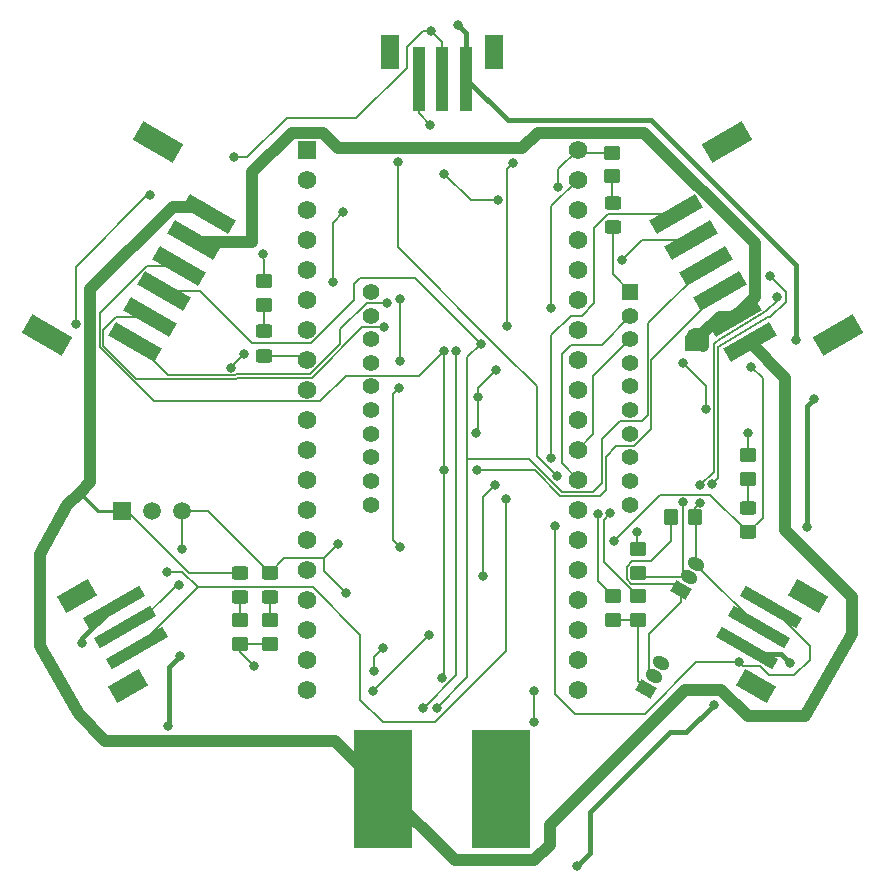
<source format=gbr>
%TF.GenerationSoftware,KiCad,Pcbnew,(5.99.0-10211-g744e70df36)*%
%TF.CreationDate,2021-04-29T03:04:49-06:00*%
%TF.ProjectId,spinnybot-motherboad,7370696e-6e79-4626-9f74-2d6d6f746865,rev?*%
%TF.SameCoordinates,Original*%
%TF.FileFunction,Copper,L1,Top*%
%TF.FilePolarity,Positive*%
%FSLAX46Y46*%
G04 Gerber Fmt 4.6, Leading zero omitted, Abs format (unit mm)*
G04 Created by KiCad (PCBNEW (5.99.0-10211-g744e70df36)) date 2021-04-29 03:04:49*
%MOMM*%
%LPD*%
G01*
G04 APERTURE LIST*
G04 Aperture macros list*
%AMRoundRect*
0 Rectangle with rounded corners*
0 $1 Rounding radius*
0 $2 $3 $4 $5 $6 $7 $8 $9 X,Y pos of 4 corners*
0 Add a 4 corners polygon primitive as box body*
4,1,4,$2,$3,$4,$5,$6,$7,$8,$9,$2,$3,0*
0 Add four circle primitives for the rounded corners*
1,1,$1+$1,$2,$3*
1,1,$1+$1,$4,$5*
1,1,$1+$1,$6,$7*
1,1,$1+$1,$8,$9*
0 Add four rect primitives between the rounded corners*
20,1,$1+$1,$2,$3,$4,$5,0*
20,1,$1+$1,$4,$5,$6,$7,0*
20,1,$1+$1,$6,$7,$8,$9,0*
20,1,$1+$1,$8,$9,$2,$3,0*%
%AMHorizOval*
0 Thick line with rounded ends*
0 $1 width*
0 $2 $3 position (X,Y) of the first rounded end (center of the circle)*
0 $4 $5 position (X,Y) of the second rounded end (center of the circle)*
0 Add line between two ends*
20,1,$1,$2,$3,$4,$5,0*
0 Add two circle primitives to create the rounded ends*
1,1,$1,$2,$3*
1,1,$1,$4,$5*%
%AMRotRect*
0 Rectangle, with rotation*
0 The origin of the aperture is its center*
0 $1 length*
0 $2 width*
0 $3 Rotation angle, in degrees counterclockwise*
0 Add horizontal line*
21,1,$1,$2,0,0,$3*%
G04 Aperture macros list end*
%TA.AperFunction,SMDPad,CuDef*%
%ADD10RoundRect,0.250000X-0.450000X0.350000X-0.450000X-0.350000X0.450000X-0.350000X0.450000X0.350000X0*%
%TD*%
%TA.AperFunction,SMDPad,CuDef*%
%ADD11RotRect,1.000000X5.500000X120.000000*%
%TD*%
%TA.AperFunction,SMDPad,CuDef*%
%ADD12RotRect,1.600000X3.000000X120.000000*%
%TD*%
%TA.AperFunction,ComponentPad*%
%ADD13RotRect,1.050000X1.500000X60.000000*%
%TD*%
%TA.AperFunction,ComponentPad*%
%ADD14HorizOval,1.050000X-0.194856X0.112500X0.194856X-0.112500X0*%
%TD*%
%TA.AperFunction,SMDPad,CuDef*%
%ADD15RotRect,1.295400X4.495800X240.000000*%
%TD*%
%TA.AperFunction,SMDPad,CuDef*%
%ADD16RotRect,1.803400X3.911600X240.000000*%
%TD*%
%TA.AperFunction,SMDPad,CuDef*%
%ADD17R,5.000000X10.000000*%
%TD*%
%TA.AperFunction,SMDPad,CuDef*%
%ADD18RoundRect,0.250000X-0.450000X0.325000X-0.450000X-0.325000X0.450000X-0.325000X0.450000X0.325000X0*%
%TD*%
%TA.AperFunction,SMDPad,CuDef*%
%ADD19RoundRect,0.250000X0.450000X-0.350000X0.450000X0.350000X-0.450000X0.350000X-0.450000X-0.350000X0*%
%TD*%
%TA.AperFunction,SMDPad,CuDef*%
%ADD20RoundRect,0.250000X0.450000X-0.325000X0.450000X0.325000X-0.450000X0.325000X-0.450000X-0.325000X0*%
%TD*%
%TA.AperFunction,SMDPad,CuDef*%
%ADD21RotRect,1.295400X4.495800X120.000000*%
%TD*%
%TA.AperFunction,SMDPad,CuDef*%
%ADD22RotRect,1.803400X3.911600X120.000000*%
%TD*%
%TA.AperFunction,ComponentPad*%
%ADD23R,1.508000X1.508000*%
%TD*%
%TA.AperFunction,ComponentPad*%
%ADD24C,1.508000*%
%TD*%
%TA.AperFunction,SMDPad,CuDef*%
%ADD25RoundRect,0.250000X0.350000X0.450000X-0.350000X0.450000X-0.350000X-0.450000X0.350000X-0.450000X0*%
%TD*%
%TA.AperFunction,SMDPad,CuDef*%
%ADD26RotRect,1.000000X5.500000X240.000000*%
%TD*%
%TA.AperFunction,SMDPad,CuDef*%
%ADD27RotRect,1.600000X3.000000X240.000000*%
%TD*%
%TA.AperFunction,ComponentPad*%
%ADD28C,0.800000*%
%TD*%
%TA.AperFunction,SMDPad,CuDef*%
%ADD29R,1.000000X5.500000*%
%TD*%
%TA.AperFunction,SMDPad,CuDef*%
%ADD30R,1.600000X3.000000*%
%TD*%
%TA.AperFunction,ComponentPad*%
%ADD31R,1.560000X1.560000*%
%TD*%
%TA.AperFunction,ComponentPad*%
%ADD32C,1.560000*%
%TD*%
%TA.AperFunction,ComponentPad*%
%ADD33R,1.400000X1.400000*%
%TD*%
%TA.AperFunction,ComponentPad*%
%ADD34C,1.400000*%
%TD*%
%TA.AperFunction,ViaPad*%
%ADD35C,0.800000*%
%TD*%
%TA.AperFunction,Conductor*%
%ADD36C,0.152400*%
%TD*%
%TA.AperFunction,Conductor*%
%ADD37C,0.400000*%
%TD*%
%TA.AperFunction,Conductor*%
%ADD38C,1.000000*%
%TD*%
%TA.AperFunction,Conductor*%
%ADD39C,0.250000*%
%TD*%
G04 APERTURE END LIST*
D10*
%TO.P,R5,1*%
%TO.N,GND*%
X187150000Y-78700000D03*
%TO.P,R5,2*%
%TO.N,Net-(D3-Pad1)*%
X187150000Y-80700000D03*
%TD*%
D11*
%TO.P,J12,1,Pin_1*%
%TO.N,/LEDSTRIP3_DATA_5V*%
X146947846Y-120635163D03*
%TO.P,J12,2,Pin_2*%
%TO.N,+5V*%
X145947846Y-118903112D03*
%TO.P,J12,3,Pin_3*%
%TO.N,/LEDSTRIP_GND*%
X144947846Y-117171061D03*
D12*
%TO.P,J12,4*%
%TO.N,N/C*%
X141799289Y-116217600D03*
%TO.P,J12,5*%
X146199289Y-123838624D03*
%TD*%
D13*
%TO.P,Q4,1,B*%
%TO.N,Net-(Q4-Pad1)*%
X190036769Y-124129853D03*
D14*
%TO.P,Q4,2,C*%
%TO.N,Net-(Q4-Pad2)*%
X190671769Y-123030001D03*
%TO.P,Q4,3,E*%
%TO.N,GND*%
X191306769Y-121930148D03*
%TD*%
D15*
%TO.P,J8,1,Pin_1*%
%TO.N,+12V*%
X152999062Y-83929759D03*
%TO.P,J8,2,Pin_2*%
%TO.N,/MOTOR_NEG*%
X151749062Y-86094822D03*
%TO.P,J8,3,Pin_3*%
%TO.N,/SCK_5V*%
X150499062Y-88259886D03*
%TO.P,J8,4,Pin_4*%
%TO.N,/MISO_5V*%
X149249062Y-90424949D03*
%TO.P,J8,5,Pin_5*%
%TO.N,/MOSI_5V*%
X147999062Y-92590013D03*
%TO.P,J8,6,Pin_6*%
%TO.N,/MOTOR_CS1_5V*%
X146749062Y-94755076D03*
D16*
%TO.P,J8,7*%
%TO.N,N/C*%
X148710089Y-77758478D03*
%TO.P,J8,8*%
X139260090Y-94126357D03*
%TD*%
D13*
%TO.P,Q5,1,B*%
%TO.N,Net-(Q4-Pad2)*%
X193006769Y-115739853D03*
D14*
%TO.P,Q5,2,C*%
%TO.N,/POWER_TOGGLE*%
X193641769Y-114640001D03*
%TO.P,Q5,3,E*%
%TO.N,+5V*%
X194276769Y-113540148D03*
%TD*%
D10*
%TO.P,R10,1*%
%TO.N,GND*%
X157640000Y-89600000D03*
%TO.P,R10,2*%
%TO.N,Net-(D5-Pad1)*%
X157640000Y-91600000D03*
%TD*%
D17*
%TO.P,J1,1,Pin_1*%
%TO.N,+12V*%
X167777142Y-132565517D03*
%TD*%
D18*
%TO.P,D4,1,K*%
%TO.N,Net-(D4-Pad1)*%
X198630000Y-108807500D03*
%TO.P,D4,2,A*%
%TO.N,/DFF_Q*%
X198630000Y-110857500D03*
%TD*%
D19*
%TO.P,R15,1*%
%TO.N,Net-(Q4-Pad1)*%
X187240000Y-118250000D03*
%TO.P,R15,2*%
%TO.N,/SW2*%
X187240000Y-116250000D03*
%TD*%
D20*
%TO.P,D1,1,K*%
%TO.N,Net-(D1-Pad1)*%
X155640000Y-116305000D03*
%TO.P,D1,2,A*%
%TO.N,+12V*%
X155640000Y-114255000D03*
%TD*%
D19*
%TO.P,R4,1*%
%TO.N,GND*%
X158139999Y-120280000D03*
%TO.P,R4,2*%
%TO.N,Net-(D2-Pad1)*%
X158139999Y-118280000D03*
%TD*%
%TO.P,R18,1*%
%TO.N,/POWER_TOGGLE*%
X189340000Y-114280000D03*
%TO.P,R18,2*%
%TO.N,GND*%
X189340000Y-112280000D03*
%TD*%
D18*
%TO.P,D5,1,K*%
%TO.N,Net-(D5-Pad1)*%
X157640000Y-93837500D03*
%TO.P,D5,2,A*%
%TO.N,Net-(D5-Pad2)*%
X157640000Y-95887500D03*
%TD*%
%TO.P,D3,1,K*%
%TO.N,Net-(D3-Pad1)*%
X187200000Y-82925000D03*
%TO.P,D3,2,A*%
%TO.N,+3V3*%
X187200000Y-84975000D03*
%TD*%
D21*
%TO.P,J6,1,Pin_1*%
%TO.N,+12V*%
X198805222Y-94755076D03*
%TO.P,J6,2,Pin_2*%
%TO.N,/MOTOR_NEG*%
X197555222Y-92590013D03*
%TO.P,J6,3,Pin_3*%
%TO.N,/SCK_5V*%
X196305222Y-90424949D03*
%TO.P,J6,4,Pin_4*%
%TO.N,/MISO_5V*%
X195055222Y-88259886D03*
%TO.P,J6,5,Pin_5*%
%TO.N,/MOSI_5V*%
X193805222Y-86094822D03*
%TO.P,J6,6,Pin_6*%
%TO.N,/MOTOR_CS2_5V*%
X192555222Y-83929759D03*
D22*
%TO.P,J6,7*%
%TO.N,N/C*%
X206294194Y-94126357D03*
%TO.P,J6,8*%
X196844195Y-77758478D03*
%TD*%
D19*
%TO.P,R3,1*%
%TO.N,GND*%
X155639999Y-120280000D03*
%TO.P,R3,2*%
%TO.N,Net-(D1-Pad1)*%
X155639999Y-118280000D03*
%TD*%
D20*
%TO.P,D2,1,K*%
%TO.N,Net-(D2-Pad1)*%
X158140000Y-116305000D03*
%TO.P,D2,2,A*%
%TO.N,+5V*%
X158140000Y-114255000D03*
%TD*%
D23*
%TO.P,PS1,1,+VIN*%
%TO.N,+12V*%
X145650000Y-109010000D03*
D24*
%TO.P,PS1,2,GND*%
%TO.N,GND*%
X148190000Y-109010000D03*
%TO.P,PS1,3,+VOUT*%
%TO.N,+5V*%
X150730000Y-109010000D03*
%TD*%
D25*
%TO.P,R16,1*%
%TO.N,+5V*%
X194140000Y-109590000D03*
%TO.P,R16,2*%
%TO.N,Net-(Q4-Pad2)*%
X192140000Y-109590000D03*
%TD*%
D26*
%TO.P,J4,1,Pin_1*%
%TO.N,/LEDSTRIP2_DATA_5V*%
X200594046Y-117171846D03*
%TO.P,J4,2,Pin_2*%
%TO.N,+5V*%
X199594046Y-118903897D03*
%TO.P,J4,3,Pin_3*%
%TO.N,/LEDSTRIP_GND*%
X198594046Y-120635948D03*
D27*
%TO.P,J4,4*%
%TO.N,N/C*%
X199342603Y-123839409D03*
%TO.P,J4,5*%
X203742603Y-116218385D03*
%TD*%
D19*
%TO.P,R14,1*%
%TO.N,Net-(Q4-Pad1)*%
X189340000Y-118250000D03*
%TO.P,R14,2*%
%TO.N,/SW1*%
X189340000Y-116250000D03*
%TD*%
D28*
%TO.P,J5,1,Pin_1*%
%TO.N,GND*%
X175777142Y-137065517D03*
X178777142Y-134065517D03*
X178777142Y-135065517D03*
X176777142Y-136065517D03*
X177777142Y-134065517D03*
X176777142Y-137065517D03*
X179777142Y-135065517D03*
X177777142Y-137065517D03*
X179777142Y-136065517D03*
D17*
X177777142Y-132565517D03*
D28*
X177777142Y-136065517D03*
X176777142Y-134065517D03*
X176777142Y-135065517D03*
X177777142Y-135065517D03*
X179777142Y-134065517D03*
X175777142Y-136065517D03*
X179777142Y-137065517D03*
X178777142Y-137065517D03*
X178777142Y-136065517D03*
X175777142Y-135065517D03*
X175777142Y-134065517D03*
%TD*%
D29*
%TO.P,J3,1,Pin_1*%
%TO.N,/LEDSTRIP1_DATA_5V*%
X170777142Y-72445518D03*
%TO.P,J3,2,Pin_2*%
%TO.N,+5V*%
X172777142Y-72445518D03*
%TO.P,J3,3,Pin_3*%
%TO.N,/LEDSTRIP_GND*%
X174777142Y-72445518D03*
D30*
%TO.P,J3,4*%
%TO.N,N/C*%
X177177142Y-70195518D03*
%TO.P,J3,5*%
X168377142Y-70195518D03*
%TD*%
D10*
%TO.P,R9,1*%
%TO.N,GND*%
X198630000Y-104300000D03*
%TO.P,R9,2*%
%TO.N,Net-(D4-Pad1)*%
X198630000Y-106300000D03*
%TD*%
D31*
%TO.P,U5,1,3V3*%
%TO.N,unconnected-(U5-Pad1)*%
X161327142Y-78435517D03*
D32*
%TO.P,U5,2,EN*%
%TO.N,unconnected-(U5-Pad2)*%
X161327142Y-80975517D03*
%TO.P,U5,3,SENSOR_VP*%
%TO.N,unconnected-(U5-Pad3)*%
X161327142Y-83515517D03*
%TO.P,U5,4,SENSOR_VN*%
%TO.N,unconnected-(U5-Pad4)*%
X161327142Y-86055517D03*
%TO.P,U5,5,IO34*%
%TO.N,unconnected-(U5-Pad5)*%
X161327142Y-88595517D03*
%TO.P,U5,6,IO35*%
%TO.N,unconnected-(U5-Pad6)*%
X161327142Y-91135517D03*
%TO.P,U5,7,IO32*%
%TO.N,unconnected-(U5-Pad7)*%
X161327142Y-93675517D03*
%TO.P,U5,8,IO33*%
%TO.N,Net-(D5-Pad2)*%
X161327142Y-96215517D03*
%TO.P,U5,9,IO25*%
%TO.N,/MCU and Buffers/LEDSTRIP3_DATA_3V3*%
X161327142Y-98755517D03*
%TO.P,U5,10,IO26*%
%TO.N,/MCU and Buffers/LEDSTRIP1_DATA_3V3*%
X161327142Y-101295517D03*
%TO.P,U5,11,IO27*%
%TO.N,/MCU and Buffers/LEDSTRIP2_DATA_3V3*%
X161327142Y-103835517D03*
%TO.P,U5,12,IO14*%
%TO.N,unconnected-(U5-Pad12)*%
X161327142Y-106375517D03*
%TO.P,U5,13,IO12*%
%TO.N,unconnected-(U5-Pad13)*%
X161327142Y-108915517D03*
%TO.P,U5,14,GND1*%
%TO.N,GND*%
X161327142Y-111455517D03*
%TO.P,U5,15,IO13*%
%TO.N,unconnected-(U5-Pad15)*%
X161327142Y-113995517D03*
%TO.P,U5,16,SD2*%
%TO.N,unconnected-(U5-Pad16)*%
X161327142Y-116535517D03*
%TO.P,U5,17,SD3*%
%TO.N,unconnected-(U5-Pad17)*%
X161327142Y-119075517D03*
%TO.P,U5,18,CMD*%
%TO.N,unconnected-(U5-Pad18)*%
X161327142Y-121615517D03*
%TO.P,U5,19,EXT_5V*%
%TO.N,+5V*%
X161327142Y-124155517D03*
%TO.P,U5,20,GND3*%
%TO.N,GND*%
X184227142Y-78435517D03*
%TO.P,U5,21,IO23*%
%TO.N,/MCU and Buffers/MOSI_3V3*%
X184227142Y-80975517D03*
%TO.P,U5,22,IO22*%
%TO.N,/MCU and Buffers/IMU_CS*%
X184227142Y-83515517D03*
%TO.P,U5,23,TXD0*%
%TO.N,unconnected-(U5-Pad23)*%
X184227142Y-86055517D03*
%TO.P,U5,24,RXD0*%
%TO.N,unconnected-(U5-Pad24)*%
X184227142Y-88595517D03*
%TO.P,U5,25,IO21*%
%TO.N,unconnected-(U5-Pad25)*%
X184227142Y-91135517D03*
%TO.P,U5,26,GND2*%
%TO.N,GND*%
X184227142Y-93675517D03*
%TO.P,U5,27,IO19*%
%TO.N,/MCU and Buffers/MISO_3V3*%
X184227142Y-96215517D03*
%TO.P,U5,28,IO18*%
%TO.N,/MCU and Buffers/SCK_3V3*%
X184227142Y-98755517D03*
%TO.P,U5,29,IO5*%
%TO.N,/MCU and Buffers/MOTOR_CS1_3V3*%
X184227142Y-101295517D03*
%TO.P,U5,30,IO17*%
%TO.N,/XBEE_RX*%
X184227142Y-103835517D03*
%TO.P,U5,31,IO16*%
%TO.N,/XBEE_TX*%
X184227142Y-106375517D03*
%TO.P,U5,32,IO4*%
%TO.N,/MCU and Buffers/MOTOR_CS2_3V3*%
X184227142Y-108915517D03*
%TO.P,U5,33,IO0*%
%TO.N,/MCU and Buffers/MOTOR_CS3_3V3*%
X184227142Y-111455517D03*
%TO.P,U5,34,IO2*%
%TO.N,/12V_SENSE*%
X184227142Y-113995517D03*
%TO.P,U5,35,IO15*%
%TO.N,unconnected-(U5-Pad35)*%
X184227142Y-116535517D03*
%TO.P,U5,36,SD1*%
%TO.N,unconnected-(U5-Pad36)*%
X184227142Y-119075517D03*
%TO.P,U5,37,SD0*%
%TO.N,unconnected-(U5-Pad37)*%
X184227142Y-121615517D03*
%TO.P,U5,38,CLK*%
%TO.N,unconnected-(U5-Pad38)*%
X184227142Y-124155517D03*
%TD*%
D33*
%TO.P,U2,1,VCC*%
%TO.N,+3V3*%
X188700000Y-90500000D03*
D34*
%TO.P,U2,2,DOUT/DIO13*%
%TO.N,/XBEE_TX*%
X188700000Y-92500000D03*
%TO.P,U2,3,DIN/NCONFIG/DIO14*%
%TO.N,/XBEE_RX*%
X188700000Y-94500000D03*
%TO.P,U2,4,DIO12/SPI_MISO*%
%TO.N,unconnected-(U2-Pad4)*%
X188700000Y-96500000D03*
%TO.P,U2,5,~RESET*%
%TO.N,unconnected-(U2-Pad5)*%
X188700000Y-98500000D03*
%TO.P,U2,6,DIO10/PWM0*%
%TO.N,unconnected-(U2-Pad6)*%
X188700000Y-100500000D03*
%TO.P,U2,7,DIO11/PWM1*%
%TO.N,unconnected-(U2-Pad7)*%
X188700000Y-102500000D03*
%TO.P,U2,8*%
%TO.N,N/C*%
X188700000Y-104500000D03*
%TO.P,U2,9,NDTR/SLEEP_RQ/DIO8*%
%TO.N,unconnected-(U2-Pad9)*%
X188700000Y-106500000D03*
%TO.P,U2,10,GND*%
%TO.N,GND*%
X188700000Y-108500000D03*
%TO.P,U2,11,DIO4/SPI_MOSI*%
%TO.N,unconnected-(U2-Pad11)*%
X166700000Y-108500000D03*
%TO.P,U2,12,NCTS/DIO7*%
%TO.N,unconnected-(U2-Pad12)*%
X166700000Y-106500000D03*
%TO.P,U2,13,ON_NSLEEP/DIO9*%
%TO.N,unconnected-(U2-Pad13)*%
X166700000Y-104500000D03*
%TO.P,U2,14,VREF*%
%TO.N,unconnected-(U2-Pad14)*%
X166700000Y-102500000D03*
%TO.P,U2,15,ASSOCIATE/DIO5*%
%TO.N,unconnected-(U2-Pad15)*%
X166700000Y-100500000D03*
%TO.P,U2,16,NRTS/DIO6*%
%TO.N,unconnected-(U2-Pad16)*%
X166700000Y-98500000D03*
%TO.P,U2,17,AD3/DIO3/SPI_NSSEL*%
%TO.N,unconnected-(U2-Pad17)*%
X166700000Y-96500000D03*
%TO.P,U2,18,AD2/DIO2/SPI_CLK*%
%TO.N,unconnected-(U2-Pad18)*%
X166700000Y-94500000D03*
%TO.P,U2,19,AD1/DIO1/SPI_NATTN*%
%TO.N,unconnected-(U2-Pad19)*%
X166700000Y-92500000D03*
%TO.P,U2,20,AD0/DIO0*%
%TO.N,unconnected-(U2-Pad20)*%
X166700000Y-90500000D03*
%TD*%
D35*
%TO.N,+5V*%
X150730000Y-112280000D03*
X155170000Y-79110000D03*
X171830000Y-68410000D03*
X194620000Y-108340000D03*
X155980000Y-95750000D03*
X164630000Y-116010000D03*
X154879603Y-96898246D03*
X195620000Y-106760000D03*
X200480000Y-89140000D03*
X163900000Y-111810000D03*
X150460000Y-115280000D03*
%TO.N,GND*%
X167770000Y-120600000D03*
X156840000Y-122160000D03*
X175810000Y-99380000D03*
X175640000Y-102480000D03*
X167000000Y-122610000D03*
X189290000Y-110820000D03*
X157620000Y-87290000D03*
X198620000Y-102410000D03*
X177300000Y-97120000D03*
X182560000Y-81600000D03*
%TO.N,/FET_G*%
X195127579Y-100376187D03*
X193180000Y-96530000D03*
%TO.N,/LEDSTRIP_GND*%
X195740000Y-125440000D03*
X184180000Y-139100000D03*
X142300000Y-120210000D03*
X202240000Y-121940000D03*
X174110000Y-67930000D03*
X150520000Y-121330000D03*
X149540000Y-127250000D03*
X202680000Y-94530000D03*
X204230000Y-99570000D03*
X203650000Y-110410000D03*
%TO.N,/LEDSTRIP1_DATA_5V*%
X169020000Y-79510000D03*
X171760000Y-76350000D03*
X182480000Y-106070000D03*
%TO.N,/LEDSTRIP3_DATA_5V*%
X149480000Y-114180000D03*
X178180000Y-108060000D03*
%TO.N,/LEDSTRIP2_DATA_5V*%
X197910000Y-121850000D03*
X182350000Y-110340000D03*
%TO.N,/MOTOR_CS3_5V*%
X177250000Y-106800000D03*
X166920000Y-124320000D03*
X176180000Y-114580000D03*
X171670000Y-119570000D03*
%TO.N,/MOTOR_CS2_5V*%
X181980679Y-104579321D03*
%TO.N,/MOTOR_CS1_5V*%
X168070000Y-91410000D03*
%TO.N,/MCU and Buffers/MISO_5V_POSTBUF*%
X163480000Y-89690000D03*
X164360000Y-83740000D03*
%TO.N,+12V*%
X167550000Y-136800000D03*
X180530000Y-124310000D03*
X166550000Y-136800000D03*
X166550000Y-135800000D03*
X167550000Y-135800000D03*
X180530000Y-126910000D03*
%TO.N,+3V3*%
X177480000Y-82750000D03*
X172920000Y-80500000D03*
%TO.N,/SCK_5V*%
X172770000Y-123160000D03*
X172900000Y-95510000D03*
X175680000Y-105610000D03*
X172900000Y-105600000D03*
%TO.N,/MISO_5V*%
X176010000Y-94910000D03*
X172300000Y-125690000D03*
%TO.N,/MOSI_5V*%
X167820000Y-93470000D03*
X173900000Y-95510000D03*
X187990000Y-87750000D03*
X171100000Y-125680000D03*
%TO.N,/MCU and Buffers/MOSI_3V3*%
X182000000Y-91830000D03*
%TO.N,/MCU and Buffers/SCK_3V3*%
X178290000Y-93350000D03*
X178780000Y-79590000D03*
%TO.N,/DFF_Q*%
X187300000Y-111610000D03*
X198920000Y-96820000D03*
%TO.N,/MOTOR_NEG*%
X194870000Y-94050000D03*
X194870000Y-95050000D03*
X193870000Y-94090610D03*
X193870000Y-95050000D03*
%TO.N,/SW1*%
X187010000Y-109250000D03*
%TO.N,/SW2*%
X148045743Y-82324257D03*
X185990000Y-109260000D03*
X141750000Y-93170000D03*
%TO.N,/MCU and Buffers/BUFFER_OE*%
X169180000Y-91090000D03*
X169180000Y-96350000D03*
X169180000Y-112100000D03*
X169100000Y-98620000D03*
%TO.N,/POWER_TOGGLE*%
X201120000Y-90940000D03*
X193180000Y-108320000D03*
X194610000Y-106880000D03*
%TD*%
D36*
%TO.N,+5V*%
X200325000Y-92645000D02*
X200555000Y-92645000D01*
X150730000Y-109010000D02*
X152895000Y-109010000D01*
X171152060Y-68410000D02*
X171830000Y-68410000D01*
X172777142Y-69357142D02*
X172777142Y-72445518D01*
X146706888Y-118903112D02*
X145947846Y-118903112D01*
X154879603Y-96850397D02*
X155980000Y-95750000D01*
X165493260Y-75790000D02*
X169770000Y-71513260D01*
X150730000Y-109010000D02*
X150730000Y-112280000D01*
X162722594Y-112987406D02*
X163900000Y-111810000D01*
X201850000Y-90510000D02*
X200480000Y-89140000D01*
X194140000Y-109590000D02*
X194140000Y-108820000D01*
X152895000Y-109010000D02*
X158140000Y-114255000D01*
X194276769Y-109726769D02*
X194140000Y-109590000D01*
X154879603Y-96898246D02*
X154879603Y-96850397D01*
X159407594Y-112987406D02*
X162722594Y-112987406D01*
X169770000Y-71513260D02*
X169770000Y-70560000D01*
X155170000Y-79110000D02*
X156250000Y-79110000D01*
X196150000Y-106230000D02*
X195620000Y-106760000D01*
X163600000Y-75790000D02*
X165493260Y-75790000D01*
X196135000Y-95115000D02*
X200325000Y-92645000D01*
X169770000Y-69792060D02*
X171152060Y-68410000D01*
X162722594Y-112987406D02*
X162722594Y-114102594D01*
X150330000Y-115280000D02*
X146706888Y-118903112D01*
X158140000Y-114255000D02*
X159407594Y-112987406D01*
X169770000Y-70560000D02*
X169770000Y-69792060D01*
X194276769Y-113586620D02*
X199594046Y-118903897D01*
X150460000Y-115280000D02*
X150330000Y-115280000D01*
X162722594Y-114102594D02*
X164630000Y-116010000D01*
X159590000Y-75770000D02*
X163580000Y-75770000D01*
X196150000Y-95110000D02*
X196150000Y-106230000D01*
X171830000Y-68410000D02*
X172777142Y-69357142D01*
X194276769Y-113540148D02*
X194276769Y-113586620D01*
X194140000Y-108820000D02*
X194620000Y-108340000D01*
X201850000Y-91350000D02*
X201850000Y-90510000D01*
X200555000Y-92645000D02*
X201850000Y-91350000D01*
X156250000Y-79110000D02*
X159590000Y-75770000D01*
X163580000Y-75770000D02*
X163600000Y-75790000D01*
X194276769Y-113540148D02*
X194276769Y-109726769D01*
%TO.N,Net-(D4-Pad1)*%
X198630000Y-106300000D02*
X198630000Y-108807500D01*
%TO.N,GND*%
X175640000Y-102480000D02*
X175810000Y-102310000D01*
X155639999Y-120280000D02*
X155639999Y-120959999D01*
X187150000Y-78700000D02*
X184491625Y-78700000D01*
X155639999Y-120280000D02*
X158139999Y-120280000D01*
X167000000Y-121370000D02*
X167770000Y-120600000D01*
X177300000Y-97120000D02*
X175810000Y-98610000D01*
X184227142Y-78435517D02*
X182560000Y-80102659D01*
X157640000Y-89600000D02*
X157640000Y-87690000D01*
X189290000Y-110820000D02*
X189290000Y-112230000D01*
X184491625Y-78700000D02*
X184227142Y-78435517D01*
X175810000Y-102310000D02*
X175810000Y-99380000D01*
X167000000Y-122610000D02*
X167000000Y-121370000D01*
X182560000Y-80102659D02*
X182560000Y-81600000D01*
X189290000Y-112230000D02*
X189340000Y-112280000D01*
X155639999Y-120959999D02*
X156840000Y-122160000D01*
X157640000Y-87690000D02*
X157660000Y-87670000D01*
X198630000Y-104300000D02*
X198630000Y-102420000D01*
X198630000Y-102420000D02*
X198620000Y-102410000D01*
X175810000Y-98610000D02*
X175810000Y-99380000D01*
%TO.N,/FET_G*%
X193180000Y-96530000D02*
X195127579Y-98477579D01*
X195127579Y-98477579D02*
X195127579Y-100376187D01*
%TO.N,Net-(D5-Pad2)*%
X160999125Y-95887500D02*
X161327142Y-96215517D01*
X157640000Y-95887500D02*
X160999125Y-95887500D01*
%TO.N,Net-(D5-Pad1)*%
X157640000Y-91600000D02*
X157640000Y-93837500D01*
D37*
%TO.N,/LEDSTRIP_GND*%
X185290000Y-134536564D02*
X185638282Y-134188282D01*
X174777142Y-72445518D02*
X174777142Y-68597142D01*
X149590000Y-122260000D02*
X149590000Y-127200000D01*
X185638282Y-134188282D02*
X192066564Y-127760000D01*
X203650000Y-100120000D02*
X204230000Y-99570000D01*
X190430000Y-75960000D02*
X202680000Y-88210000D01*
X202240000Y-121940000D02*
X201480000Y-121180000D01*
X149590000Y-127200000D02*
X149540000Y-127250000D01*
X150520000Y-121330000D02*
X149590000Y-122260000D01*
X193420000Y-127760000D02*
X195740000Y-125440000D01*
X184180000Y-139100000D02*
X185290000Y-137990000D01*
X199138098Y-121180000D02*
X198594046Y-120635948D01*
X144947846Y-117171061D02*
X142300000Y-119818907D01*
X201480000Y-121180000D02*
X199138098Y-121180000D01*
X185290000Y-137990000D02*
X185290000Y-134536564D01*
X192066564Y-127760000D02*
X192241643Y-127760000D01*
X202680000Y-88210000D02*
X202680000Y-94530000D01*
X192066564Y-127760000D02*
X193420000Y-127760000D01*
X203650000Y-110410000D02*
X203650000Y-100120000D01*
X174777142Y-72445518D02*
X178291624Y-75960000D01*
X178291624Y-75960000D02*
X190430000Y-75960000D01*
X204230000Y-99570000D02*
X204130000Y-99640000D01*
X174777142Y-68597142D02*
X174110000Y-67930000D01*
X142300000Y-119818907D02*
X142300000Y-120210000D01*
D36*
%TO.N,/LEDSTRIP1_DATA_5V*%
X170777142Y-75367142D02*
X171760000Y-76350000D01*
X170777142Y-72445518D02*
X170777142Y-75367142D01*
X180800000Y-104290000D02*
X180800000Y-104390000D01*
X169020000Y-86710000D02*
X177850000Y-95540000D01*
X180800000Y-104390000D02*
X182480000Y-106070000D01*
X169020000Y-79510000D02*
X169020000Y-86710000D01*
X177850000Y-95540000D02*
X180800000Y-98490000D01*
X180800000Y-98490000D02*
X180800000Y-104290000D01*
%TO.N,/LEDSTRIP3_DATA_5V*%
X178190000Y-120890000D02*
X178190000Y-108070000D01*
X165810000Y-125010000D02*
X167710000Y-126910000D01*
X178190000Y-108070000D02*
X178180000Y-108060000D01*
X146947846Y-120635163D02*
X152081129Y-115501880D01*
X150759249Y-114180000D02*
X152081129Y-115501880D01*
X165810000Y-119526370D02*
X165810000Y-125010000D01*
X149480000Y-114180000D02*
X150759249Y-114180000D01*
X167710000Y-126910000D02*
X172170000Y-126910000D01*
X161785510Y-115501880D02*
X165810000Y-119526370D01*
X172170000Y-126910000D02*
X178190000Y-120890000D01*
X152081129Y-115501880D02*
X161785510Y-115501880D01*
%TO.N,/LEDSTRIP2_DATA_5V*%
X182350000Y-110340000D02*
X182350000Y-124560000D01*
X202570000Y-122930000D02*
X203870000Y-121630000D01*
X194240000Y-121850000D02*
X197910000Y-121850000D01*
X182350000Y-124560000D02*
X183990000Y-126200000D01*
X199636133Y-122168469D02*
X200397664Y-122930000D01*
X200397664Y-122930000D02*
X202570000Y-122930000D01*
X203870000Y-121630000D02*
X203870000Y-120447800D01*
X198228469Y-122168469D02*
X199636133Y-122168469D01*
X189890000Y-126200000D02*
X194240000Y-121850000D01*
X183990000Y-126200000D02*
X189890000Y-126200000D01*
X197910000Y-121850000D02*
X198228469Y-122168469D01*
X203870000Y-120447800D02*
X200594046Y-117171846D01*
%TO.N,/MOTOR_CS3_5V*%
X176180000Y-107870000D02*
X177250000Y-106800000D01*
X176180000Y-114580000D02*
X176180000Y-107870000D01*
X171670000Y-119570000D02*
X166920000Y-124320000D01*
%TO.N,/MOTOR_CS2_5V*%
X184570000Y-92500000D02*
X183630000Y-92500000D01*
X192555222Y-83929759D02*
X186787007Y-83929759D01*
X183630000Y-92500000D02*
X181980679Y-94149321D01*
X181980679Y-94149321D02*
X181980679Y-104579321D01*
X185630000Y-85086766D02*
X185630000Y-91440000D01*
X185630000Y-91440000D02*
X184570000Y-92500000D01*
X186787007Y-83929759D02*
X185630000Y-85086766D01*
%TO.N,/MOTOR_CS1_5V*%
X166361889Y-91428111D02*
X168051889Y-91428111D01*
X164130000Y-93660000D02*
X166361889Y-91428111D01*
X164130000Y-94904664D02*
X164130000Y-93660000D01*
X155181092Y-97526347D02*
X155265891Y-97441548D01*
X168051889Y-91428111D02*
X168070000Y-91410000D01*
X149520333Y-97526347D02*
X155181092Y-97526347D01*
X146749062Y-94755076D02*
X149520333Y-97526347D01*
X161593116Y-97441548D02*
X164130000Y-94904664D01*
X155265891Y-97441548D02*
X161593116Y-97441548D01*
%TO.N,/MCU and Buffers/MISO_5V_POSTBUF*%
X163480000Y-84620000D02*
X164360000Y-83740000D01*
X163480000Y-89690000D02*
X163480000Y-84620000D01*
D38*
%TO.N,+12V*%
X180550000Y-138600000D02*
X181870000Y-137280000D01*
X138670000Y-112649480D02*
X141032512Y-108557488D01*
X152359303Y-83290000D02*
X152999062Y-83929759D01*
X173811625Y-138600000D02*
X180550000Y-138600000D01*
X142970000Y-90270000D02*
X149950000Y-83290000D01*
X163691625Y-128480000D02*
X144220000Y-128480000D01*
X167777142Y-132565517D02*
X173811625Y-138600000D01*
X141032512Y-108557488D02*
X142098271Y-107491729D01*
X163691625Y-128480000D02*
X167777142Y-132565517D01*
D36*
X180530000Y-124310000D02*
X180530000Y-126910000D01*
D38*
X196390000Y-124190000D02*
X198616987Y-126416987D01*
D39*
X143616542Y-109010000D02*
X142098271Y-107491729D01*
D38*
X142098271Y-107491729D02*
X142970000Y-106620000D01*
X181870000Y-137280000D02*
X181870000Y-135630000D01*
X138670000Y-120491172D02*
X138670000Y-112649480D01*
X181870000Y-135630000D02*
X193310000Y-124190000D01*
X144220000Y-128480000D02*
X142001501Y-126261501D01*
X149950000Y-83290000D02*
X152359303Y-83290000D01*
X193310000Y-124190000D02*
X196390000Y-124190000D01*
D36*
X146110000Y-109010000D02*
X151355000Y-114255000D01*
D38*
X207480000Y-119459361D02*
X207480000Y-116330000D01*
X142970000Y-106620000D02*
X142970000Y-90270000D01*
X207480000Y-116330000D02*
X201820000Y-110670000D01*
D36*
X145650000Y-109010000D02*
X146110000Y-109010000D01*
D38*
X198616987Y-126416987D02*
X203463013Y-126416987D01*
X142001501Y-126261501D02*
X138670000Y-120491172D01*
X201820000Y-110670000D02*
X201820000Y-97769854D01*
X201820000Y-97769854D02*
X198805222Y-94755076D01*
D36*
X151355000Y-114255000D02*
X155640000Y-114255000D01*
D39*
X145650000Y-109010000D02*
X143616542Y-109010000D01*
D38*
X203463013Y-126416987D02*
X207480000Y-119459361D01*
D36*
%TO.N,+3V3*%
X187200000Y-84975000D02*
X187200000Y-89000000D01*
X177480000Y-82750000D02*
X175170000Y-82750000D01*
X187200000Y-89000000D02*
X188700000Y-90500000D01*
X175170000Y-82750000D02*
X172920000Y-80500000D01*
%TO.N,Net-(D1-Pad1)*%
X155640000Y-116305000D02*
X155639999Y-118280000D01*
%TO.N,Net-(D2-Pad1)*%
X158140000Y-116305000D02*
X158139999Y-118280000D01*
%TO.N,Net-(D3-Pad1)*%
X187150000Y-80700000D02*
X187150000Y-82875000D01*
X187150000Y-82875000D02*
X187200000Y-82925000D01*
%TO.N,/SCK_5V*%
X180610000Y-105610000D02*
X175680000Y-105610000D01*
X172900000Y-95510000D02*
X172900000Y-105600000D01*
X172900000Y-123030000D02*
X172770000Y-123160000D01*
X147783749Y-88259886D02*
X143750000Y-92293635D01*
X143750001Y-95170001D02*
X148343628Y-99763628D01*
X189001716Y-103571889D02*
X187518111Y-103571889D01*
X190470000Y-96260171D02*
X190470000Y-102103605D01*
X196305222Y-90424949D02*
X190470000Y-96260171D01*
X182770000Y-107770000D02*
X180610000Y-105610000D01*
X186630000Y-107230000D02*
X186090000Y-107770000D01*
X190470000Y-102103605D02*
X189001716Y-103571889D01*
X186630000Y-104460000D02*
X186630000Y-107230000D01*
X172900000Y-105600000D02*
X172900000Y-123030000D01*
X170838111Y-97571889D02*
X172900000Y-95510000D01*
X187518111Y-103571889D02*
X186630000Y-104460000D01*
X164578111Y-97571889D02*
X170838111Y-97571889D01*
X162386372Y-99763628D02*
X164578111Y-97571889D01*
X148343628Y-99763628D02*
X162386372Y-99763628D01*
X150499062Y-88259886D02*
X147783749Y-88259886D01*
X186090000Y-107770000D02*
X182770000Y-107770000D01*
X143750000Y-92293635D02*
X143750001Y-95170001D01*
%TO.N,/MISO_5V*%
X186325689Y-102934311D02*
X186325689Y-106634311D01*
X180100360Y-104670000D02*
X174900000Y-104670000D01*
X190165689Y-100934311D02*
X189650000Y-101450000D01*
X174900000Y-123080000D02*
X172300000Y-125680000D01*
X189650000Y-101450000D02*
X187810000Y-101450000D01*
X165300000Y-89820000D02*
X165780000Y-89340000D01*
X161664664Y-94830000D02*
X165300000Y-91194664D01*
X185494311Y-107465689D02*
X182896049Y-107465689D01*
X174900000Y-96020000D02*
X176010000Y-94910000D01*
X156626615Y-94830000D02*
X161664664Y-94830000D01*
X187810000Y-101450000D02*
X186325689Y-102934311D01*
X165780000Y-89340000D02*
X170440000Y-89340000D01*
X182896049Y-107465689D02*
X180100360Y-104670000D01*
X165300000Y-91194664D02*
X165300000Y-89820000D01*
X174900000Y-104670000D02*
X174900000Y-123080000D01*
X190165689Y-93149419D02*
X190165689Y-100934311D01*
X186325689Y-106634311D02*
X185494311Y-107465689D01*
X149249062Y-90424949D02*
X152221564Y-90424949D01*
X174900000Y-104670000D02*
X174900000Y-96020000D01*
X152221564Y-90424949D02*
X156626615Y-94830000D01*
X172300000Y-125680000D02*
X172300000Y-125690000D01*
X195055222Y-88259886D02*
X190165689Y-93149419D01*
X170440000Y-89340000D02*
X176010000Y-94910000D01*
%TO.N,/MOSI_5V*%
X155391941Y-97745858D02*
X161719166Y-97745858D01*
X145139987Y-92590013D02*
X144054311Y-93675689D01*
X155307142Y-97830657D02*
X155391941Y-97745858D01*
X189645178Y-86094822D02*
X187990000Y-87750000D01*
X161719166Y-97745858D02*
X165995024Y-93470000D01*
X165995024Y-93470000D02*
X167820000Y-93470000D01*
X173900000Y-95510000D02*
X173900000Y-122959590D01*
X144054311Y-93675689D02*
X144054311Y-95043951D01*
X147999062Y-92590013D02*
X145139987Y-92590013D01*
X144054311Y-95043951D02*
X146841017Y-97830657D01*
X171179590Y-125680000D02*
X171100000Y-125680000D01*
X173900000Y-122959590D02*
X171179590Y-125680000D01*
X193805222Y-86094822D02*
X189645178Y-86094822D01*
X146841017Y-97830657D02*
X155307142Y-97830657D01*
%TO.N,/MCU and Buffers/MOSI_3V3*%
X184227142Y-80975517D02*
X182000000Y-83202659D01*
X182000000Y-83202659D02*
X182000000Y-91830000D01*
%TO.N,Net-(Q4-Pad2)*%
X192140000Y-111560000D02*
X192140000Y-109590000D01*
X190303716Y-119462906D02*
X193006769Y-116759853D01*
X188380000Y-113756766D02*
X188866766Y-113270000D01*
X190430000Y-113270000D02*
X192140000Y-111560000D01*
X190671769Y-123030001D02*
X190303716Y-122661948D01*
X193006769Y-116759853D02*
X193006769Y-115739853D01*
X188776766Y-115200000D02*
X188380000Y-114803234D01*
X192466916Y-115200000D02*
X188776766Y-115200000D01*
X188380000Y-114803234D02*
X188380000Y-113756766D01*
X190303716Y-122661948D02*
X190303716Y-119462906D01*
X188866766Y-113270000D02*
X190430000Y-113270000D01*
X193006769Y-115739853D02*
X192466916Y-115200000D01*
%TO.N,/MCU and Buffers/SCK_3V3*%
X178290000Y-80080000D02*
X178290000Y-93350000D01*
X178780000Y-79590000D02*
X178290000Y-80080000D01*
%TO.N,/XBEE_TX*%
X184227142Y-106375517D02*
X182870000Y-105018375D01*
X182870000Y-105018375D02*
X182870000Y-95760000D01*
X186250000Y-94950000D02*
X188700000Y-92500000D01*
X182870000Y-95760000D02*
X183680000Y-94950000D01*
X183680000Y-94950000D02*
X186250000Y-94950000D01*
%TO.N,/DFF_Q*%
X191230000Y-107680000D02*
X187300000Y-111610000D01*
X199890000Y-97790000D02*
X198920000Y-96820000D01*
X198630000Y-110857500D02*
X199890000Y-109597500D01*
X198630000Y-110857500D02*
X195452500Y-107680000D01*
X199890000Y-109597500D02*
X199890000Y-97790000D01*
X195452500Y-107680000D02*
X191230000Y-107680000D01*
D38*
%TO.N,/MOTOR_NEG*%
X151920794Y-86266554D02*
X156653446Y-86266554D01*
X156653446Y-86266554D02*
X156653446Y-80375773D01*
X189858787Y-77003606D02*
X199227731Y-86372550D01*
X180888876Y-77003606D02*
X189858787Y-77003606D01*
X199227731Y-90917504D02*
X197555222Y-92590013D01*
X199227731Y-86372550D02*
X199227731Y-90917504D01*
X179552482Y-78340000D02*
X180888876Y-77003606D01*
X151749062Y-86094822D02*
X151920794Y-86266554D01*
X194870000Y-93979834D02*
X194870000Y-95050000D01*
X156653446Y-80375773D02*
X160025613Y-77003606D01*
X163965065Y-78340000D02*
X179552482Y-78340000D01*
X162628671Y-77003606D02*
X163965065Y-78340000D01*
X196259821Y-92590013D02*
X194870000Y-93979834D01*
X197555222Y-92590013D02*
X196259821Y-92590013D01*
X160025613Y-77003606D02*
X162628671Y-77003606D01*
D36*
%TO.N,/XBEE_RX*%
X185550000Y-97650000D02*
X188700000Y-94500000D01*
X184227142Y-103835517D02*
X185550000Y-102512659D01*
X185550000Y-102512659D02*
X185550000Y-97650000D01*
%TO.N,/SW1*%
X186450000Y-113390000D02*
X189310000Y-116250000D01*
X186450000Y-109810000D02*
X186450000Y-113390000D01*
X189310000Y-116250000D02*
X189340000Y-116250000D01*
X187010000Y-109250000D02*
X186450000Y-109810000D01*
%TO.N,/SW2*%
X185990000Y-109260000D02*
X185990000Y-115000000D01*
X148045743Y-82324257D02*
X147785743Y-82324257D01*
X147785743Y-82324257D02*
X141750000Y-88360000D01*
X185990000Y-115000000D02*
X187240000Y-116250000D01*
X141750000Y-88360000D02*
X141750000Y-93170000D01*
%TO.N,/MCU and Buffers/BUFFER_OE*%
X169180000Y-91090000D02*
X169180000Y-96350000D01*
X169180000Y-112100000D02*
X168600000Y-111520000D01*
X168600000Y-111520000D02*
X168600000Y-99120000D01*
X168600000Y-99120000D02*
X169100000Y-98620000D01*
%TO.N,/POWER_TOGGLE*%
X195755689Y-94864311D02*
X195755689Y-105734311D01*
X196000000Y-94620000D02*
X195755689Y-94864311D01*
X200190000Y-92150000D02*
X196000000Y-94620000D01*
X195755689Y-105734311D02*
X194610000Y-106880000D01*
X201230000Y-91050000D02*
X201120000Y-90940000D01*
X201120000Y-90940000D02*
X201120000Y-91220000D01*
X193180000Y-114178232D02*
X193641769Y-114640001D01*
X201360000Y-91050000D02*
X201230000Y-91050000D01*
X189700001Y-114640001D02*
X189340000Y-114280000D01*
X201120000Y-91220000D02*
X200190000Y-92150000D01*
X193180000Y-108320000D02*
X193180000Y-114178232D01*
X193641769Y-114640001D02*
X189700001Y-114640001D01*
%TO.N,Net-(Q4-Pad1)*%
X189340000Y-118250000D02*
X189340000Y-123433084D01*
X187240000Y-118250000D02*
X189340000Y-118250000D01*
X189340000Y-123433084D02*
X190036769Y-124129853D01*
%TD*%
%TA.AperFunction,Conductor*%
%TO.N,/MOTOR_NEG*%
G36*
X194928380Y-93590002D02*
G01*
X194969378Y-93633000D01*
X195028155Y-93734804D01*
X195039650Y-93745764D01*
X195041458Y-93746113D01*
X195048945Y-93743720D01*
X195310000Y-93593000D01*
X195310000Y-94179585D01*
X195306900Y-94181375D01*
X195295940Y-94192870D01*
X195295592Y-94194677D01*
X195302110Y-94215068D01*
X195299093Y-94216032D01*
X195310000Y-94256736D01*
X195310000Y-94441971D01*
X195289998Y-94510092D01*
X195283963Y-94518674D01*
X195250023Y-94562906D01*
X195250021Y-94562910D01*
X195244994Y-94569461D01*
X195186083Y-94711685D01*
X195186083Y-94711686D01*
X195165989Y-94864311D01*
X195167067Y-94872499D01*
X195169911Y-94894101D01*
X195170989Y-94910548D01*
X195170989Y-95404000D01*
X195150987Y-95472121D01*
X195097331Y-95518614D01*
X195044989Y-95530000D01*
X193476000Y-95530000D01*
X193407879Y-95509998D01*
X193361386Y-95456342D01*
X193350000Y-95404000D01*
X193350000Y-94259252D01*
X193370002Y-94191131D01*
X193386905Y-94170157D01*
X193950157Y-93606905D01*
X194012469Y-93572879D01*
X194039252Y-93570000D01*
X194860259Y-93570000D01*
X194928380Y-93590002D01*
G37*
%TD.AperFunction*%
%TD*%
M02*

</source>
